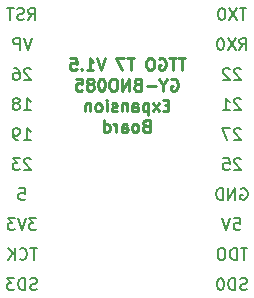
<source format=gbo>
%TF.GenerationSoftware,KiCad,Pcbnew,(5.1.10)-1*%
%TF.CreationDate,2021-06-28T22:20:39+08:00*%
%TF.ProjectId,TTGO-T7-V1.5_BNO085_expansion-board,5454474f-2d54-4372-9d56-312e355f424e,rev?*%
%TF.SameCoordinates,Original*%
%TF.FileFunction,Legend,Bot*%
%TF.FilePolarity,Positive*%
%FSLAX46Y46*%
G04 Gerber Fmt 4.6, Leading zero omitted, Abs format (unit mm)*
G04 Created by KiCad (PCBNEW (5.1.10)-1) date 2021-06-28 22:20:39*
%MOMM*%
%LPD*%
G01*
G04 APERTURE LIST*
%ADD10C,0.250000*%
%ADD11C,0.150000*%
G04 APERTURE END LIST*
D10*
X17628571Y20444619D02*
X17057142Y20444619D01*
X17342857Y19444619D02*
X17342857Y20444619D01*
X16866666Y20444619D02*
X16295238Y20444619D01*
X16580952Y19444619D02*
X16580952Y20444619D01*
X15438095Y20397000D02*
X15533333Y20444619D01*
X15676190Y20444619D01*
X15819047Y20397000D01*
X15914285Y20301761D01*
X15961904Y20206523D01*
X16009523Y20016047D01*
X16009523Y19873190D01*
X15961904Y19682714D01*
X15914285Y19587476D01*
X15819047Y19492238D01*
X15676190Y19444619D01*
X15580952Y19444619D01*
X15438095Y19492238D01*
X15390476Y19539857D01*
X15390476Y19873190D01*
X15580952Y19873190D01*
X14771428Y20444619D02*
X14580952Y20444619D01*
X14485714Y20397000D01*
X14390476Y20301761D01*
X14342857Y20111285D01*
X14342857Y19777952D01*
X14390476Y19587476D01*
X14485714Y19492238D01*
X14580952Y19444619D01*
X14771428Y19444619D01*
X14866666Y19492238D01*
X14961904Y19587476D01*
X15009523Y19777952D01*
X15009523Y20111285D01*
X14961904Y20301761D01*
X14866666Y20397000D01*
X14771428Y20444619D01*
X13295238Y20444619D02*
X12723809Y20444619D01*
X13009523Y19444619D02*
X13009523Y20444619D01*
X12485714Y20444619D02*
X11819047Y20444619D01*
X12247619Y19444619D01*
X10819047Y20444619D02*
X10485714Y19444619D01*
X10152380Y20444619D01*
X9295238Y19444619D02*
X9866666Y19444619D01*
X9580952Y19444619D02*
X9580952Y20444619D01*
X9676190Y20301761D01*
X9771428Y20206523D01*
X9866666Y20158904D01*
X8866666Y19539857D02*
X8819047Y19492238D01*
X8866666Y19444619D01*
X8914285Y19492238D01*
X8866666Y19539857D01*
X8866666Y19444619D01*
X7914285Y20444619D02*
X8390476Y20444619D01*
X8438095Y19968428D01*
X8390476Y20016047D01*
X8295238Y20063666D01*
X8057142Y20063666D01*
X7961904Y20016047D01*
X7914285Y19968428D01*
X7866666Y19873190D01*
X7866666Y19635095D01*
X7914285Y19539857D01*
X7961904Y19492238D01*
X8057142Y19444619D01*
X8295238Y19444619D01*
X8390476Y19492238D01*
X8438095Y19539857D01*
X16461904Y18647000D02*
X16557142Y18694619D01*
X16700000Y18694619D01*
X16842857Y18647000D01*
X16938095Y18551761D01*
X16985714Y18456523D01*
X17033333Y18266047D01*
X17033333Y18123190D01*
X16985714Y17932714D01*
X16938095Y17837476D01*
X16842857Y17742238D01*
X16700000Y17694619D01*
X16604761Y17694619D01*
X16461904Y17742238D01*
X16414285Y17789857D01*
X16414285Y18123190D01*
X16604761Y18123190D01*
X15795238Y18170809D02*
X15795238Y17694619D01*
X16128571Y18694619D02*
X15795238Y18170809D01*
X15461904Y18694619D01*
X15128571Y18075571D02*
X14366666Y18075571D01*
X13557142Y18218428D02*
X13414285Y18170809D01*
X13366666Y18123190D01*
X13319047Y18027952D01*
X13319047Y17885095D01*
X13366666Y17789857D01*
X13414285Y17742238D01*
X13509523Y17694619D01*
X13890476Y17694619D01*
X13890476Y18694619D01*
X13557142Y18694619D01*
X13461904Y18647000D01*
X13414285Y18599380D01*
X13366666Y18504142D01*
X13366666Y18408904D01*
X13414285Y18313666D01*
X13461904Y18266047D01*
X13557142Y18218428D01*
X13890476Y18218428D01*
X12890476Y17694619D02*
X12890476Y18694619D01*
X12319047Y17694619D01*
X12319047Y18694619D01*
X11652380Y18694619D02*
X11461904Y18694619D01*
X11366666Y18647000D01*
X11271428Y18551761D01*
X11223809Y18361285D01*
X11223809Y18027952D01*
X11271428Y17837476D01*
X11366666Y17742238D01*
X11461904Y17694619D01*
X11652380Y17694619D01*
X11747619Y17742238D01*
X11842857Y17837476D01*
X11890476Y18027952D01*
X11890476Y18361285D01*
X11842857Y18551761D01*
X11747619Y18647000D01*
X11652380Y18694619D01*
X10604761Y18694619D02*
X10509523Y18694619D01*
X10414285Y18647000D01*
X10366666Y18599380D01*
X10319047Y18504142D01*
X10271428Y18313666D01*
X10271428Y18075571D01*
X10319047Y17885095D01*
X10366666Y17789857D01*
X10414285Y17742238D01*
X10509523Y17694619D01*
X10604761Y17694619D01*
X10700000Y17742238D01*
X10747619Y17789857D01*
X10795238Y17885095D01*
X10842857Y18075571D01*
X10842857Y18313666D01*
X10795238Y18504142D01*
X10747619Y18599380D01*
X10700000Y18647000D01*
X10604761Y18694619D01*
X9700000Y18266047D02*
X9795238Y18313666D01*
X9842857Y18361285D01*
X9890476Y18456523D01*
X9890476Y18504142D01*
X9842857Y18599380D01*
X9795238Y18647000D01*
X9700000Y18694619D01*
X9509523Y18694619D01*
X9414285Y18647000D01*
X9366666Y18599380D01*
X9319047Y18504142D01*
X9319047Y18456523D01*
X9366666Y18361285D01*
X9414285Y18313666D01*
X9509523Y18266047D01*
X9700000Y18266047D01*
X9795238Y18218428D01*
X9842857Y18170809D01*
X9890476Y18075571D01*
X9890476Y17885095D01*
X9842857Y17789857D01*
X9795238Y17742238D01*
X9700000Y17694619D01*
X9509523Y17694619D01*
X9414285Y17742238D01*
X9366666Y17789857D01*
X9319047Y17885095D01*
X9319047Y18075571D01*
X9366666Y18170809D01*
X9414285Y18218428D01*
X9509523Y18266047D01*
X8414285Y18694619D02*
X8890476Y18694619D01*
X8938095Y18218428D01*
X8890476Y18266047D01*
X8795238Y18313666D01*
X8557142Y18313666D01*
X8461904Y18266047D01*
X8414285Y18218428D01*
X8366666Y18123190D01*
X8366666Y17885095D01*
X8414285Y17789857D01*
X8461904Y17742238D01*
X8557142Y17694619D01*
X8795238Y17694619D01*
X8890476Y17742238D01*
X8938095Y17789857D01*
X16223809Y16468428D02*
X15890476Y16468428D01*
X15747619Y15944619D02*
X16223809Y15944619D01*
X16223809Y16944619D01*
X15747619Y16944619D01*
X15414285Y15944619D02*
X14890476Y16611285D01*
X15414285Y16611285D02*
X14890476Y15944619D01*
X14509523Y16611285D02*
X14509523Y15611285D01*
X14509523Y16563666D02*
X14414285Y16611285D01*
X14223809Y16611285D01*
X14128571Y16563666D01*
X14080952Y16516047D01*
X14033333Y16420809D01*
X14033333Y16135095D01*
X14080952Y16039857D01*
X14128571Y15992238D01*
X14223809Y15944619D01*
X14414285Y15944619D01*
X14509523Y15992238D01*
X13176190Y15944619D02*
X13176190Y16468428D01*
X13223809Y16563666D01*
X13319047Y16611285D01*
X13509523Y16611285D01*
X13604761Y16563666D01*
X13176190Y15992238D02*
X13271428Y15944619D01*
X13509523Y15944619D01*
X13604761Y15992238D01*
X13652380Y16087476D01*
X13652380Y16182714D01*
X13604761Y16277952D01*
X13509523Y16325571D01*
X13271428Y16325571D01*
X13176190Y16373190D01*
X12700000Y16611285D02*
X12700000Y15944619D01*
X12700000Y16516047D02*
X12652380Y16563666D01*
X12557142Y16611285D01*
X12414285Y16611285D01*
X12319047Y16563666D01*
X12271428Y16468428D01*
X12271428Y15944619D01*
X11842857Y15992238D02*
X11747619Y15944619D01*
X11557142Y15944619D01*
X11461904Y15992238D01*
X11414285Y16087476D01*
X11414285Y16135095D01*
X11461904Y16230333D01*
X11557142Y16277952D01*
X11700000Y16277952D01*
X11795238Y16325571D01*
X11842857Y16420809D01*
X11842857Y16468428D01*
X11795238Y16563666D01*
X11700000Y16611285D01*
X11557142Y16611285D01*
X11461904Y16563666D01*
X10985714Y15944619D02*
X10985714Y16611285D01*
X10985714Y16944619D02*
X11033333Y16897000D01*
X10985714Y16849380D01*
X10938095Y16897000D01*
X10985714Y16944619D01*
X10985714Y16849380D01*
X10366666Y15944619D02*
X10461904Y15992238D01*
X10509523Y16039857D01*
X10557142Y16135095D01*
X10557142Y16420809D01*
X10509523Y16516047D01*
X10461904Y16563666D01*
X10366666Y16611285D01*
X10223809Y16611285D01*
X10128571Y16563666D01*
X10080952Y16516047D01*
X10033333Y16420809D01*
X10033333Y16135095D01*
X10080952Y16039857D01*
X10128571Y15992238D01*
X10223809Y15944619D01*
X10366666Y15944619D01*
X9604761Y16611285D02*
X9604761Y15944619D01*
X9604761Y16516047D02*
X9557142Y16563666D01*
X9461904Y16611285D01*
X9319047Y16611285D01*
X9223809Y16563666D01*
X9176190Y16468428D01*
X9176190Y15944619D01*
X14295238Y14718428D02*
X14152380Y14670809D01*
X14104761Y14623190D01*
X14057142Y14527952D01*
X14057142Y14385095D01*
X14104761Y14289857D01*
X14152380Y14242238D01*
X14247619Y14194619D01*
X14628571Y14194619D01*
X14628571Y15194619D01*
X14295238Y15194619D01*
X14200000Y15147000D01*
X14152380Y15099380D01*
X14104761Y15004142D01*
X14104761Y14908904D01*
X14152380Y14813666D01*
X14200000Y14766047D01*
X14295238Y14718428D01*
X14628571Y14718428D01*
X13485714Y14194619D02*
X13580952Y14242238D01*
X13628571Y14289857D01*
X13676190Y14385095D01*
X13676190Y14670809D01*
X13628571Y14766047D01*
X13580952Y14813666D01*
X13485714Y14861285D01*
X13342857Y14861285D01*
X13247619Y14813666D01*
X13200000Y14766047D01*
X13152380Y14670809D01*
X13152380Y14385095D01*
X13200000Y14289857D01*
X13247619Y14242238D01*
X13342857Y14194619D01*
X13485714Y14194619D01*
X12295238Y14194619D02*
X12295238Y14718428D01*
X12342857Y14813666D01*
X12438095Y14861285D01*
X12628571Y14861285D01*
X12723809Y14813666D01*
X12295238Y14242238D02*
X12390476Y14194619D01*
X12628571Y14194619D01*
X12723809Y14242238D01*
X12771428Y14337476D01*
X12771428Y14432714D01*
X12723809Y14527952D01*
X12628571Y14575571D01*
X12390476Y14575571D01*
X12295238Y14623190D01*
X11819047Y14194619D02*
X11819047Y14861285D01*
X11819047Y14670809D02*
X11771428Y14766047D01*
X11723809Y14813666D01*
X11628571Y14861285D01*
X11533333Y14861285D01*
X10771428Y14194619D02*
X10771428Y15194619D01*
X10771428Y14242238D02*
X10866666Y14194619D01*
X11057142Y14194619D01*
X11152380Y14242238D01*
X11200000Y14289857D01*
X11247619Y14385095D01*
X11247619Y14670809D01*
X11200000Y14766047D01*
X11152380Y14813666D01*
X11057142Y14861285D01*
X10866666Y14861285D01*
X10771428Y14813666D01*
%TO.C,T1*%
D11*
X22851904Y865238D02*
X22709047Y817619D01*
X22470952Y817619D01*
X22375714Y865238D01*
X22328095Y912857D01*
X22280476Y1008095D01*
X22280476Y1103333D01*
X22328095Y1198571D01*
X22375714Y1246190D01*
X22470952Y1293809D01*
X22661428Y1341428D01*
X22756666Y1389047D01*
X22804285Y1436666D01*
X22851904Y1531904D01*
X22851904Y1627142D01*
X22804285Y1722380D01*
X22756666Y1770000D01*
X22661428Y1817619D01*
X22423333Y1817619D01*
X22280476Y1770000D01*
X21851904Y817619D02*
X21851904Y1817619D01*
X21613809Y1817619D01*
X21470952Y1770000D01*
X21375714Y1674761D01*
X21328095Y1579523D01*
X21280476Y1389047D01*
X21280476Y1246190D01*
X21328095Y1055714D01*
X21375714Y960476D01*
X21470952Y865238D01*
X21613809Y817619D01*
X21851904Y817619D01*
X20661428Y1817619D02*
X20566190Y1817619D01*
X20470952Y1770000D01*
X20423333Y1722380D01*
X20375714Y1627142D01*
X20328095Y1436666D01*
X20328095Y1198571D01*
X20375714Y1008095D01*
X20423333Y912857D01*
X20470952Y865238D01*
X20566190Y817619D01*
X20661428Y817619D01*
X20756666Y865238D01*
X20804285Y912857D01*
X20851904Y1008095D01*
X20899523Y1198571D01*
X20899523Y1436666D01*
X20851904Y1627142D01*
X20804285Y1722380D01*
X20756666Y1770000D01*
X20661428Y1817619D01*
X22899523Y4357619D02*
X22328095Y4357619D01*
X22613809Y3357619D02*
X22613809Y4357619D01*
X21994761Y3357619D02*
X21994761Y4357619D01*
X21756666Y4357619D01*
X21613809Y4310000D01*
X21518571Y4214761D01*
X21470952Y4119523D01*
X21423333Y3929047D01*
X21423333Y3786190D01*
X21470952Y3595714D01*
X21518571Y3500476D01*
X21613809Y3405238D01*
X21756666Y3357619D01*
X21994761Y3357619D01*
X20804285Y4357619D02*
X20613809Y4357619D01*
X20518571Y4310000D01*
X20423333Y4214761D01*
X20375714Y4024285D01*
X20375714Y3690952D01*
X20423333Y3500476D01*
X20518571Y3405238D01*
X20613809Y3357619D01*
X20804285Y3357619D01*
X20899523Y3405238D01*
X20994761Y3500476D01*
X21042380Y3690952D01*
X21042380Y4024285D01*
X20994761Y4214761D01*
X20899523Y4310000D01*
X20804285Y4357619D01*
X21780476Y6897619D02*
X22256666Y6897619D01*
X22304285Y6421428D01*
X22256666Y6469047D01*
X22161428Y6516666D01*
X21923333Y6516666D01*
X21828095Y6469047D01*
X21780476Y6421428D01*
X21732857Y6326190D01*
X21732857Y6088095D01*
X21780476Y5992857D01*
X21828095Y5945238D01*
X21923333Y5897619D01*
X22161428Y5897619D01*
X22256666Y5945238D01*
X22304285Y5992857D01*
X21447142Y6897619D02*
X21113809Y5897619D01*
X20780476Y6897619D01*
X22351904Y9390000D02*
X22447142Y9437619D01*
X22590000Y9437619D01*
X22732857Y9390000D01*
X22828095Y9294761D01*
X22875714Y9199523D01*
X22923333Y9009047D01*
X22923333Y8866190D01*
X22875714Y8675714D01*
X22828095Y8580476D01*
X22732857Y8485238D01*
X22590000Y8437619D01*
X22494761Y8437619D01*
X22351904Y8485238D01*
X22304285Y8532857D01*
X22304285Y8866190D01*
X22494761Y8866190D01*
X21875714Y8437619D02*
X21875714Y9437619D01*
X21304285Y8437619D01*
X21304285Y9437619D01*
X20828095Y8437619D02*
X20828095Y9437619D01*
X20590000Y9437619D01*
X20447142Y9390000D01*
X20351904Y9294761D01*
X20304285Y9199523D01*
X20256666Y9009047D01*
X20256666Y8866190D01*
X20304285Y8675714D01*
X20351904Y8580476D01*
X20447142Y8485238D01*
X20590000Y8437619D01*
X20828095Y8437619D01*
X22351904Y11882380D02*
X22304285Y11930000D01*
X22209047Y11977619D01*
X21970952Y11977619D01*
X21875714Y11930000D01*
X21828095Y11882380D01*
X21780476Y11787142D01*
X21780476Y11691904D01*
X21828095Y11549047D01*
X22399523Y10977619D01*
X21780476Y10977619D01*
X20875714Y11977619D02*
X21351904Y11977619D01*
X21399523Y11501428D01*
X21351904Y11549047D01*
X21256666Y11596666D01*
X21018571Y11596666D01*
X20923333Y11549047D01*
X20875714Y11501428D01*
X20828095Y11406190D01*
X20828095Y11168095D01*
X20875714Y11072857D01*
X20923333Y11025238D01*
X21018571Y10977619D01*
X21256666Y10977619D01*
X21351904Y11025238D01*
X21399523Y11072857D01*
X22351904Y14422380D02*
X22304285Y14470000D01*
X22209047Y14517619D01*
X21970952Y14517619D01*
X21875714Y14470000D01*
X21828095Y14422380D01*
X21780476Y14327142D01*
X21780476Y14231904D01*
X21828095Y14089047D01*
X22399523Y13517619D01*
X21780476Y13517619D01*
X21447142Y14517619D02*
X20780476Y14517619D01*
X21209047Y13517619D01*
X22351904Y16962380D02*
X22304285Y17010000D01*
X22209047Y17057619D01*
X21970952Y17057619D01*
X21875714Y17010000D01*
X21828095Y16962380D01*
X21780476Y16867142D01*
X21780476Y16771904D01*
X21828095Y16629047D01*
X22399523Y16057619D01*
X21780476Y16057619D01*
X20828095Y16057619D02*
X21399523Y16057619D01*
X21113809Y16057619D02*
X21113809Y17057619D01*
X21209047Y16914761D01*
X21304285Y16819523D01*
X21399523Y16771904D01*
X22351904Y19502380D02*
X22304285Y19550000D01*
X22209047Y19597619D01*
X21970952Y19597619D01*
X21875714Y19550000D01*
X21828095Y19502380D01*
X21780476Y19407142D01*
X21780476Y19311904D01*
X21828095Y19169047D01*
X22399523Y18597619D01*
X21780476Y18597619D01*
X21399523Y19502380D02*
X21351904Y19550000D01*
X21256666Y19597619D01*
X21018571Y19597619D01*
X20923333Y19550000D01*
X20875714Y19502380D01*
X20828095Y19407142D01*
X20828095Y19311904D01*
X20875714Y19169047D01*
X21447142Y18597619D01*
X20828095Y18597619D01*
X22232857Y21137619D02*
X22566190Y21613809D01*
X22804285Y21137619D02*
X22804285Y22137619D01*
X22423333Y22137619D01*
X22328095Y22090000D01*
X22280476Y22042380D01*
X22232857Y21947142D01*
X22232857Y21804285D01*
X22280476Y21709047D01*
X22328095Y21661428D01*
X22423333Y21613809D01*
X22804285Y21613809D01*
X21899523Y22137619D02*
X21232857Y21137619D01*
X21232857Y22137619D02*
X21899523Y21137619D01*
X20661428Y22137619D02*
X20566190Y22137619D01*
X20470952Y22090000D01*
X20423333Y22042380D01*
X20375714Y21947142D01*
X20328095Y21756666D01*
X20328095Y21518571D01*
X20375714Y21328095D01*
X20423333Y21232857D01*
X20470952Y21185238D01*
X20566190Y21137619D01*
X20661428Y21137619D01*
X20756666Y21185238D01*
X20804285Y21232857D01*
X20851904Y21328095D01*
X20899523Y21518571D01*
X20899523Y21756666D01*
X20851904Y21947142D01*
X20804285Y22042380D01*
X20756666Y22090000D01*
X20661428Y22137619D01*
X22828095Y24677619D02*
X22256666Y24677619D01*
X22542380Y23677619D02*
X22542380Y24677619D01*
X22018571Y24677619D02*
X21351904Y23677619D01*
X21351904Y24677619D02*
X22018571Y23677619D01*
X20780476Y24677619D02*
X20685238Y24677619D01*
X20590000Y24630000D01*
X20542380Y24582380D01*
X20494761Y24487142D01*
X20447142Y24296666D01*
X20447142Y24058571D01*
X20494761Y23868095D01*
X20542380Y23772857D01*
X20590000Y23725238D01*
X20685238Y23677619D01*
X20780476Y23677619D01*
X20875714Y23725238D01*
X20923333Y23772857D01*
X20970952Y23868095D01*
X21018571Y24058571D01*
X21018571Y24296666D01*
X20970952Y24487142D01*
X20923333Y24582380D01*
X20875714Y24630000D01*
X20780476Y24677619D01*
X4357619Y23677619D02*
X4690952Y24153809D01*
X4929047Y23677619D02*
X4929047Y24677619D01*
X4548095Y24677619D01*
X4452857Y24630000D01*
X4405238Y24582380D01*
X4357619Y24487142D01*
X4357619Y24344285D01*
X4405238Y24249047D01*
X4452857Y24201428D01*
X4548095Y24153809D01*
X4929047Y24153809D01*
X3976666Y23725238D02*
X3833809Y23677619D01*
X3595714Y23677619D01*
X3500476Y23725238D01*
X3452857Y23772857D01*
X3405238Y23868095D01*
X3405238Y23963333D01*
X3452857Y24058571D01*
X3500476Y24106190D01*
X3595714Y24153809D01*
X3786190Y24201428D01*
X3881428Y24249047D01*
X3929047Y24296666D01*
X3976666Y24391904D01*
X3976666Y24487142D01*
X3929047Y24582380D01*
X3881428Y24630000D01*
X3786190Y24677619D01*
X3548095Y24677619D01*
X3405238Y24630000D01*
X3119523Y24677619D02*
X2548095Y24677619D01*
X2833809Y23677619D02*
X2833809Y24677619D01*
X4643333Y22137619D02*
X4310000Y21137619D01*
X3976666Y22137619D01*
X3643333Y21137619D02*
X3643333Y22137619D01*
X3262380Y22137619D01*
X3167142Y22090000D01*
X3119523Y22042380D01*
X3071904Y21947142D01*
X3071904Y21804285D01*
X3119523Y21709047D01*
X3167142Y21661428D01*
X3262380Y21613809D01*
X3643333Y21613809D01*
X5048095Y6897619D02*
X4429047Y6897619D01*
X4762380Y6516666D01*
X4619523Y6516666D01*
X4524285Y6469047D01*
X4476666Y6421428D01*
X4429047Y6326190D01*
X4429047Y6088095D01*
X4476666Y5992857D01*
X4524285Y5945238D01*
X4619523Y5897619D01*
X4905238Y5897619D01*
X5000476Y5945238D01*
X5048095Y5992857D01*
X4143333Y6897619D02*
X3810000Y5897619D01*
X3476666Y6897619D01*
X3238571Y6897619D02*
X2619523Y6897619D01*
X2952857Y6516666D01*
X2810000Y6516666D01*
X2714761Y6469047D01*
X2667142Y6421428D01*
X2619523Y6326190D01*
X2619523Y6088095D01*
X2667142Y5992857D01*
X2714761Y5945238D01*
X2810000Y5897619D01*
X3095714Y5897619D01*
X3190952Y5945238D01*
X3238571Y5992857D01*
X4571904Y19502380D02*
X4524285Y19550000D01*
X4429047Y19597619D01*
X4190952Y19597619D01*
X4095714Y19550000D01*
X4048095Y19502380D01*
X4000476Y19407142D01*
X4000476Y19311904D01*
X4048095Y19169047D01*
X4619523Y18597619D01*
X4000476Y18597619D01*
X3143333Y19597619D02*
X3333809Y19597619D01*
X3429047Y19550000D01*
X3476666Y19502380D01*
X3571904Y19359523D01*
X3619523Y19169047D01*
X3619523Y18788095D01*
X3571904Y18692857D01*
X3524285Y18645238D01*
X3429047Y18597619D01*
X3238571Y18597619D01*
X3143333Y18645238D01*
X3095714Y18692857D01*
X3048095Y18788095D01*
X3048095Y19026190D01*
X3095714Y19121428D01*
X3143333Y19169047D01*
X3238571Y19216666D01*
X3429047Y19216666D01*
X3524285Y19169047D01*
X3571904Y19121428D01*
X3619523Y19026190D01*
X4000476Y16057619D02*
X4571904Y16057619D01*
X4286190Y16057619D02*
X4286190Y17057619D01*
X4381428Y16914761D01*
X4476666Y16819523D01*
X4571904Y16771904D01*
X3429047Y16629047D02*
X3524285Y16676666D01*
X3571904Y16724285D01*
X3619523Y16819523D01*
X3619523Y16867142D01*
X3571904Y16962380D01*
X3524285Y17010000D01*
X3429047Y17057619D01*
X3238571Y17057619D01*
X3143333Y17010000D01*
X3095714Y16962380D01*
X3048095Y16867142D01*
X3048095Y16819523D01*
X3095714Y16724285D01*
X3143333Y16676666D01*
X3238571Y16629047D01*
X3429047Y16629047D01*
X3524285Y16581428D01*
X3571904Y16533809D01*
X3619523Y16438571D01*
X3619523Y16248095D01*
X3571904Y16152857D01*
X3524285Y16105238D01*
X3429047Y16057619D01*
X3238571Y16057619D01*
X3143333Y16105238D01*
X3095714Y16152857D01*
X3048095Y16248095D01*
X3048095Y16438571D01*
X3095714Y16533809D01*
X3143333Y16581428D01*
X3238571Y16629047D01*
X4000476Y13517619D02*
X4571904Y13517619D01*
X4286190Y13517619D02*
X4286190Y14517619D01*
X4381428Y14374761D01*
X4476666Y14279523D01*
X4571904Y14231904D01*
X3524285Y13517619D02*
X3333809Y13517619D01*
X3238571Y13565238D01*
X3190952Y13612857D01*
X3095714Y13755714D01*
X3048095Y13946190D01*
X3048095Y14327142D01*
X3095714Y14422380D01*
X3143333Y14470000D01*
X3238571Y14517619D01*
X3429047Y14517619D01*
X3524285Y14470000D01*
X3571904Y14422380D01*
X3619523Y14327142D01*
X3619523Y14089047D01*
X3571904Y13993809D01*
X3524285Y13946190D01*
X3429047Y13898571D01*
X3238571Y13898571D01*
X3143333Y13946190D01*
X3095714Y13993809D01*
X3048095Y14089047D01*
X4571904Y11882380D02*
X4524285Y11930000D01*
X4429047Y11977619D01*
X4190952Y11977619D01*
X4095714Y11930000D01*
X4048095Y11882380D01*
X4000476Y11787142D01*
X4000476Y11691904D01*
X4048095Y11549047D01*
X4619523Y10977619D01*
X4000476Y10977619D01*
X3667142Y11977619D02*
X3048095Y11977619D01*
X3381428Y11596666D01*
X3238571Y11596666D01*
X3143333Y11549047D01*
X3095714Y11501428D01*
X3048095Y11406190D01*
X3048095Y11168095D01*
X3095714Y11072857D01*
X3143333Y11025238D01*
X3238571Y10977619D01*
X3524285Y10977619D01*
X3619523Y11025238D01*
X3667142Y11072857D01*
X3571904Y9437619D02*
X4048095Y9437619D01*
X4095714Y8961428D01*
X4048095Y9009047D01*
X3952857Y9056666D01*
X3714761Y9056666D01*
X3619523Y9009047D01*
X3571904Y8961428D01*
X3524285Y8866190D01*
X3524285Y8628095D01*
X3571904Y8532857D01*
X3619523Y8485238D01*
X3714761Y8437619D01*
X3952857Y8437619D01*
X4048095Y8485238D01*
X4095714Y8532857D01*
X5095714Y4357619D02*
X4524285Y4357619D01*
X4810000Y3357619D02*
X4810000Y4357619D01*
X3619523Y3452857D02*
X3667142Y3405238D01*
X3810000Y3357619D01*
X3905238Y3357619D01*
X4048095Y3405238D01*
X4143333Y3500476D01*
X4190952Y3595714D01*
X4238571Y3786190D01*
X4238571Y3929047D01*
X4190952Y4119523D01*
X4143333Y4214761D01*
X4048095Y4310000D01*
X3905238Y4357619D01*
X3810000Y4357619D01*
X3667142Y4310000D01*
X3619523Y4262380D01*
X3190952Y3357619D02*
X3190952Y4357619D01*
X2619523Y3357619D02*
X3048095Y3929047D01*
X2619523Y4357619D02*
X3190952Y3786190D01*
X5071904Y865238D02*
X4929047Y817619D01*
X4690952Y817619D01*
X4595714Y865238D01*
X4548095Y912857D01*
X4500476Y1008095D01*
X4500476Y1103333D01*
X4548095Y1198571D01*
X4595714Y1246190D01*
X4690952Y1293809D01*
X4881428Y1341428D01*
X4976666Y1389047D01*
X5024285Y1436666D01*
X5071904Y1531904D01*
X5071904Y1627142D01*
X5024285Y1722380D01*
X4976666Y1770000D01*
X4881428Y1817619D01*
X4643333Y1817619D01*
X4500476Y1770000D01*
X4071904Y817619D02*
X4071904Y1817619D01*
X3833809Y1817619D01*
X3690952Y1770000D01*
X3595714Y1674761D01*
X3548095Y1579523D01*
X3500476Y1389047D01*
X3500476Y1246190D01*
X3548095Y1055714D01*
X3595714Y960476D01*
X3690952Y865238D01*
X3833809Y817619D01*
X4071904Y817619D01*
X3167142Y1817619D02*
X2548095Y1817619D01*
X2881428Y1436666D01*
X2738571Y1436666D01*
X2643333Y1389047D01*
X2595714Y1341428D01*
X2548095Y1246190D01*
X2548095Y1008095D01*
X2595714Y912857D01*
X2643333Y865238D01*
X2738571Y817619D01*
X3024285Y817619D01*
X3119523Y865238D01*
X3167142Y912857D01*
%TD*%
M02*

</source>
